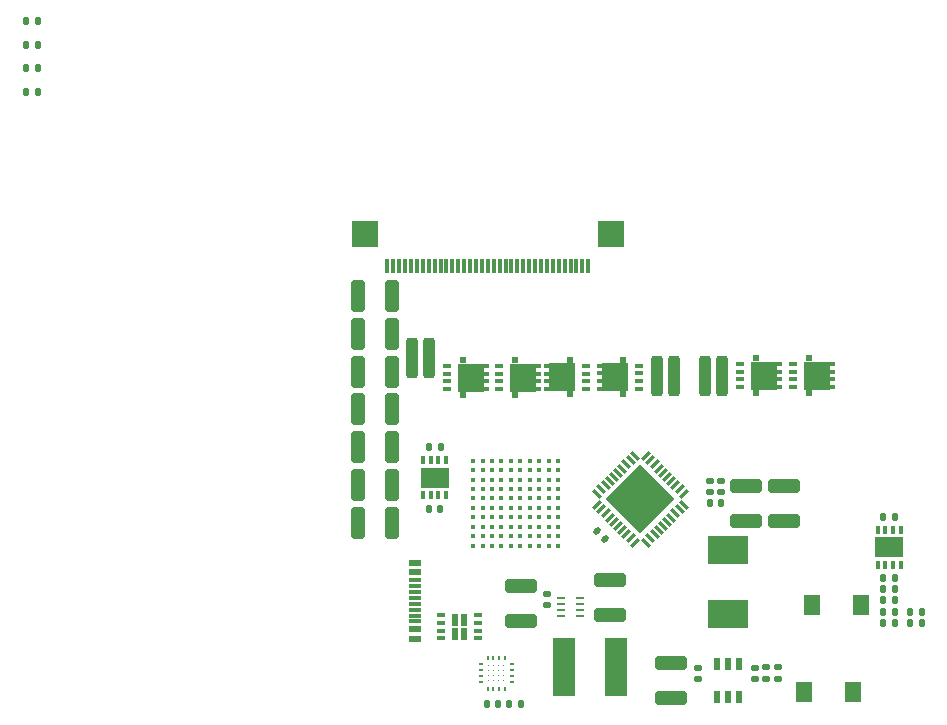
<source format=gbr>
%TF.GenerationSoftware,KiCad,Pcbnew,9.0.1*%
%TF.CreationDate,2025-05-02T15:06:27-04:00*%
%TF.ProjectId,main_board,6d61696e-5f62-46f6-9172-642e6b696361,rev?*%
%TF.SameCoordinates,Original*%
%TF.FileFunction,Paste,Top*%
%TF.FilePolarity,Positive*%
%FSLAX46Y46*%
G04 Gerber Fmt 4.6, Leading zero omitted, Abs format (unit mm)*
G04 Created by KiCad (PCBNEW 9.0.1) date 2025-05-02 15:06:27*
%MOMM*%
%LPD*%
G01*
G04 APERTURE LIST*
G04 Aperture macros list*
%AMRoundRect*
0 Rectangle with rounded corners*
0 $1 Rounding radius*
0 $2 $3 $4 $5 $6 $7 $8 $9 X,Y pos of 4 corners*
0 Add a 4 corners polygon primitive as box body*
4,1,4,$2,$3,$4,$5,$6,$7,$8,$9,$2,$3,0*
0 Add four circle primitives for the rounded corners*
1,1,$1+$1,$2,$3*
1,1,$1+$1,$4,$5*
1,1,$1+$1,$6,$7*
1,1,$1+$1,$8,$9*
0 Add four rect primitives between the rounded corners*
20,1,$1+$1,$2,$3,$4,$5,0*
20,1,$1+$1,$4,$5,$6,$7,0*
20,1,$1+$1,$6,$7,$8,$9,0*
20,1,$1+$1,$8,$9,$2,$3,0*%
%AMRotRect*
0 Rectangle, with rotation*
0 The origin of the aperture is its center*
0 $1 length*
0 $2 width*
0 $3 Rotation angle, in degrees counterclockwise*
0 Add horizontal line*
21,1,$1,$2,0,0,$3*%
G04 Aperture macros list end*
%ADD10RoundRect,0.140000X-0.170000X0.140000X-0.170000X-0.140000X0.170000X-0.140000X0.170000X0.140000X0*%
%ADD11RoundRect,0.250000X0.325000X1.100000X-0.325000X1.100000X-0.325000X-1.100000X0.325000X-1.100000X0*%
%ADD12RoundRect,0.147500X-0.147500X-0.172500X0.147500X-0.172500X0.147500X0.172500X-0.147500X0.172500X0*%
%ADD13R,0.304800X0.762000*%
%ADD14R,2.438400X1.651000*%
%ADD15RoundRect,0.250000X-1.100000X0.325000X-1.100000X-0.325000X1.100000X-0.325000X1.100000X0.325000X0*%
%ADD16R,0.711200X0.228600*%
%ADD17RoundRect,0.140000X0.140000X0.170000X-0.140000X0.170000X-0.140000X-0.170000X0.140000X-0.170000X0*%
%ADD18R,1.854200X5.003800*%
%ADD19RoundRect,0.250000X-0.250000X-1.450000X0.250000X-1.450000X0.250000X1.450000X-0.250000X1.450000X0*%
%ADD20R,0.660000X0.420000*%
%ADD21R,0.570000X0.600000*%
%ADD22R,2.300000X2.400000*%
%ADD23RoundRect,0.140000X-0.140000X-0.170000X0.140000X-0.170000X0.140000X0.170000X-0.140000X0.170000X0*%
%ADD24RoundRect,0.140000X-0.219203X-0.021213X-0.021213X-0.219203X0.219203X0.021213X0.021213X0.219203X0*%
%ADD25RoundRect,0.135000X-0.135000X-0.185000X0.135000X-0.185000X0.135000X0.185000X-0.135000X0.185000X0*%
%ADD26C,0.400000*%
%ADD27RoundRect,0.250000X0.250000X1.450000X-0.250000X1.450000X-0.250000X-1.450000X0.250000X-1.450000X0*%
%ADD28R,0.600000X1.000000*%
%ADD29R,0.650000X0.350000*%
%ADD30RoundRect,0.135000X0.135000X0.185000X-0.135000X0.185000X-0.135000X-0.185000X0.135000X-0.185000X0*%
%ADD31R,1.350000X1.800000*%
%ADD32R,0.000001X0.000001*%
%ADD33O,0.400000X0.250000*%
%ADD34O,0.250000X0.400000*%
%ADD35RoundRect,0.250000X1.100000X-0.325000X1.100000X0.325000X-1.100000X0.325000X-1.100000X-0.325000X0*%
%ADD36RoundRect,0.135000X-0.185000X0.135000X-0.185000X-0.135000X0.185000X-0.135000X0.185000X0.135000X0*%
%ADD37RoundRect,0.140000X0.170000X-0.140000X0.170000X0.140000X-0.170000X0.140000X-0.170000X-0.140000X0*%
%ADD38RoundRect,0.018200X0.219203X0.377312X-0.377312X-0.219203X-0.219203X-0.377312X0.377312X0.219203X0*%
%ADD39RoundRect,0.018200X-0.219203X0.377312X-0.377312X0.219203X0.219203X-0.377312X0.377312X-0.219203X0*%
%ADD40RotRect,4.150000X4.150000X225.000000*%
%ADD41R,0.300000X1.250000*%
%ADD42R,2.300000X2.200000*%
%ADD43R,1.140000X0.600000*%
%ADD44R,1.140000X0.300000*%
%ADD45R,3.429000X2.489200*%
%ADD46R,0.558800X1.003300*%
%ADD47RoundRect,0.135000X0.185000X-0.135000X0.185000X0.135000X-0.185000X0.135000X-0.185000X-0.135000X0*%
G04 APERTURE END LIST*
D10*
%TO.C,C34*%
X143967200Y-110100850D03*
X143967200Y-111060850D03*
%TD*%
D11*
%TO.C,C20*%
X118113600Y-85039200D03*
X115163600Y-85039200D03*
%TD*%
D12*
%TO.C,U12*%
X87090000Y-55360400D03*
X88060000Y-55360400D03*
%TD*%
D13*
%TO.C,U18*%
X159190002Y-101384400D03*
X159840000Y-101384400D03*
X160490002Y-101384400D03*
X161140000Y-101384400D03*
X161140000Y-98438000D03*
X160490002Y-98438000D03*
X159840000Y-98438000D03*
X159190002Y-98438000D03*
D14*
X160165001Y-99911200D03*
%TD*%
D11*
%TO.C,C32*%
X118110000Y-78638400D03*
X115160000Y-78638400D03*
%TD*%
D15*
%TO.C,C7*%
X141732000Y-109743450D03*
X141732000Y-112693450D03*
%TD*%
D16*
%TO.C,U3*%
X132410200Y-104241600D03*
X132410200Y-104741726D03*
X132410200Y-105241852D03*
X132410200Y-105741978D03*
X134010400Y-105741978D03*
X134010400Y-105241852D03*
X134010400Y-104741726D03*
X134010400Y-104241600D03*
%TD*%
D12*
%TO.C,U21*%
X87090000Y-61330400D03*
X88060000Y-61330400D03*
%TD*%
D17*
%TO.C,C43*%
X122155799Y-96672400D03*
X121195799Y-96672400D03*
%TD*%
D18*
%TO.C,L2*%
X137045700Y-110032800D03*
X132600700Y-110032800D03*
%TD*%
D11*
%TO.C,C19*%
X118113600Y-97840800D03*
X115163600Y-97840800D03*
%TD*%
D17*
%TO.C,C42*%
X160624800Y-102502000D03*
X159664800Y-102502000D03*
%TD*%
D19*
%TO.C,R30*%
X119747600Y-83921600D03*
X121247600Y-83921600D03*
%TD*%
D20*
%TO.C,U11*%
X152044800Y-84413200D03*
X152044800Y-85063200D03*
X152044800Y-85703200D03*
X152044800Y-86353200D03*
X155244800Y-86353200D03*
X155244800Y-85703200D03*
X155244800Y-85063200D03*
X155244800Y-84413200D03*
D21*
X153394800Y-83933200D03*
X153394800Y-86833200D03*
D22*
X154044800Y-85383200D03*
%TD*%
D23*
%TO.C,C53*%
X126113600Y-113182400D03*
X127073600Y-113182400D03*
%TD*%
D24*
%TO.C,C45*%
X135398189Y-98517389D03*
X136077011Y-99196211D03*
%TD*%
D19*
%TO.C,R28*%
X144538000Y-85410800D03*
X146038000Y-85410800D03*
%TD*%
D11*
%TO.C,C16*%
X118113600Y-91440000D03*
X115163600Y-91440000D03*
%TD*%
D20*
%TO.C,U16*%
X127133600Y-84578000D03*
X127133600Y-85228000D03*
X127133600Y-85868000D03*
X127133600Y-86518000D03*
X130333600Y-86518000D03*
X130333600Y-85868000D03*
X130333600Y-85228000D03*
X130333600Y-84578000D03*
D21*
X128483600Y-84098000D03*
X128483600Y-86998000D03*
D22*
X129133600Y-85548000D03*
%TD*%
D13*
%TO.C,U10*%
X120700800Y-95504000D03*
X121350798Y-95504000D03*
X122000800Y-95504000D03*
X122650798Y-95504000D03*
X122650798Y-92557600D03*
X122000800Y-92557600D03*
X121350798Y-92557600D03*
X120700800Y-92557600D03*
D14*
X121675799Y-94030800D03*
%TD*%
D10*
%TO.C,C35*%
X145897600Y-94312800D03*
X145897600Y-95272800D03*
%TD*%
D25*
%TO.C,R13*%
X127963200Y-113182400D03*
X128983200Y-113182400D03*
%TD*%
%TO.C,R19*%
X159634800Y-97320400D03*
X160654800Y-97320400D03*
%TD*%
%TO.C,R38*%
X159634800Y-106299000D03*
X160654800Y-106299000D03*
%TD*%
D26*
%TO.C,U7*%
X124943200Y-99783600D03*
X124943200Y-98983600D03*
X124943200Y-98183600D03*
X124943200Y-97383600D03*
X124943200Y-96583600D03*
X124943200Y-95783600D03*
X124943200Y-94983600D03*
X124943200Y-94183600D03*
X124943200Y-93383600D03*
X124943200Y-92583600D03*
X125743200Y-99783600D03*
X125743200Y-98983600D03*
X125743200Y-98183600D03*
X125743200Y-97383600D03*
X125743200Y-96583600D03*
X125743200Y-95783600D03*
X125743200Y-94983600D03*
X125743200Y-94183600D03*
X125743200Y-93383600D03*
X125743200Y-92583600D03*
X126543200Y-99783600D03*
X126543200Y-98983600D03*
X126543200Y-98183600D03*
X126543200Y-97383600D03*
X126543200Y-96583600D03*
X126543200Y-95783600D03*
X126543200Y-94983600D03*
X126543200Y-94183600D03*
X126543200Y-93383600D03*
X126543200Y-92583600D03*
X127343200Y-99783600D03*
X127343200Y-98983600D03*
X127343200Y-98183600D03*
X127343200Y-97383600D03*
X127343200Y-96583600D03*
X127343200Y-95783600D03*
X127343200Y-94983600D03*
X127343200Y-94183600D03*
X127343200Y-93383600D03*
X127343200Y-92583600D03*
X128143200Y-99783600D03*
X128143200Y-98983600D03*
X128143200Y-98183600D03*
X128143200Y-97383600D03*
X128143200Y-96583600D03*
X128143200Y-95783600D03*
X128143200Y-94983600D03*
X128143200Y-94183600D03*
X128143200Y-93383600D03*
X128143200Y-92583600D03*
X128943200Y-99783600D03*
X128943200Y-98983600D03*
X128943200Y-98183600D03*
X128943200Y-97383600D03*
X128943200Y-96583600D03*
X128943200Y-95783600D03*
X128943200Y-94983600D03*
X128943200Y-94183600D03*
X128943200Y-93383600D03*
X128943200Y-92583600D03*
X129743200Y-99783600D03*
X129743200Y-98983600D03*
X129743200Y-98183600D03*
X129743200Y-97383600D03*
X129743200Y-96583600D03*
X129743200Y-95783600D03*
X129743200Y-94983600D03*
X129743200Y-94183600D03*
X129743200Y-93383600D03*
X129743200Y-92583600D03*
X130543200Y-99783600D03*
X130543200Y-98983600D03*
X130543200Y-98183600D03*
X130543200Y-97383600D03*
X130543200Y-96583600D03*
X130543200Y-95783600D03*
X130543200Y-94983600D03*
X130543200Y-94183600D03*
X130543200Y-93383600D03*
X130543200Y-92583600D03*
X131343200Y-99783600D03*
X131343200Y-98983600D03*
X131343200Y-98183600D03*
X131343200Y-97383600D03*
X131343200Y-96583600D03*
X131343200Y-95783600D03*
X131343200Y-94983600D03*
X131343200Y-94183600D03*
X131343200Y-93383600D03*
X131343200Y-92583600D03*
X132143200Y-99783600D03*
X132143200Y-98983600D03*
X132143200Y-98183600D03*
X132143200Y-97383600D03*
X132143200Y-96583600D03*
X132143200Y-95783600D03*
X132143200Y-94983600D03*
X132143200Y-94183600D03*
X132143200Y-93383600D03*
X132143200Y-92583600D03*
%TD*%
D25*
%TO.C,R37*%
X159634800Y-104407000D03*
X160654800Y-104407000D03*
%TD*%
D23*
%TO.C,C29*%
X161957600Y-105372200D03*
X162917600Y-105372200D03*
%TD*%
D12*
%TO.C,U19*%
X87090000Y-57350400D03*
X88060000Y-57350400D03*
%TD*%
%TO.C,U20*%
X87090000Y-59340400D03*
X88060000Y-59340400D03*
%TD*%
D27*
%TO.C,R29*%
X141974000Y-85410800D03*
X140474000Y-85410800D03*
%TD*%
D28*
%TO.C,U5*%
X123390200Y-106052500D03*
X123390200Y-107252500D03*
X124165200Y-106052500D03*
X124165200Y-107252500D03*
D29*
X122227700Y-105677500D03*
X122227700Y-106327500D03*
X122227700Y-106977500D03*
X122227700Y-107627500D03*
X125327700Y-107627500D03*
X125327700Y-106977500D03*
X125327700Y-106327500D03*
X125327700Y-105677500D03*
%TD*%
D30*
%TO.C,R39*%
X160654800Y-103441800D03*
X159634800Y-103441800D03*
%TD*%
D31*
%TO.C,S1*%
X157749400Y-104788000D03*
X153599400Y-104788000D03*
%TD*%
D20*
%TO.C,U15*%
X138956800Y-86488000D03*
X138956800Y-85838000D03*
X138956800Y-85198000D03*
X138956800Y-84548000D03*
X135756800Y-84548000D03*
X135756800Y-85198000D03*
X135756800Y-85838000D03*
X135756800Y-86488000D03*
D21*
X137606800Y-86968000D03*
X137606800Y-84068000D03*
D22*
X136956800Y-85518000D03*
%TD*%
D32*
%TO.C,U1*%
X126275000Y-109950000D03*
X126275000Y-110375000D03*
X126275000Y-110800000D03*
X126275000Y-111225000D03*
X126700000Y-109950000D03*
X126700000Y-110375000D03*
X126700000Y-110800000D03*
X126700000Y-111225000D03*
X127125000Y-109950000D03*
X127125000Y-110375000D03*
X127125000Y-110800000D03*
X127125000Y-111225000D03*
X127550000Y-109950000D03*
X127550000Y-110375000D03*
X127550000Y-110800000D03*
X127550000Y-111225000D03*
D33*
X125612500Y-109837500D03*
X125612500Y-110337500D03*
X125612500Y-110837500D03*
X125612500Y-111337500D03*
D34*
X126162500Y-111887500D03*
X126662500Y-111887500D03*
X127162500Y-111887500D03*
X127662500Y-111887500D03*
D33*
X128212500Y-111337500D03*
X128212500Y-110837500D03*
X128212500Y-110337500D03*
X128212500Y-109837500D03*
D34*
X127662500Y-109287500D03*
X127162500Y-109287500D03*
X126662500Y-109287500D03*
X126162500Y-109287500D03*
%TD*%
D35*
%TO.C,C8*%
X129032000Y-106123000D03*
X129032000Y-103173000D03*
%TD*%
D11*
%TO.C,C40*%
X118111800Y-88239600D03*
X115161800Y-88239600D03*
%TD*%
D10*
%TO.C,C55*%
X148844000Y-110111600D03*
X148844000Y-111071600D03*
%TD*%
D17*
%TO.C,C44*%
X160624800Y-105372200D03*
X159664800Y-105372200D03*
%TD*%
D35*
%TO.C,C6*%
X151282400Y-97690200D03*
X151282400Y-94740200D03*
%TD*%
D36*
%TO.C,R12*%
X150723600Y-110081600D03*
X150723600Y-111101600D03*
%TD*%
D20*
%TO.C,U13*%
X147574400Y-84413200D03*
X147574400Y-85063200D03*
X147574400Y-85703200D03*
X147574400Y-86353200D03*
X150774400Y-86353200D03*
X150774400Y-85703200D03*
X150774400Y-85063200D03*
X150774400Y-84413200D03*
D21*
X148924400Y-83933200D03*
X148924400Y-86833200D03*
D22*
X149574400Y-85383200D03*
%TD*%
D37*
%TO.C,C22*%
X144983200Y-95272800D03*
X144983200Y-94312800D03*
%TD*%
D20*
%TO.C,U14*%
X134486400Y-86497600D03*
X134486400Y-85847600D03*
X134486400Y-85207600D03*
X134486400Y-84557600D03*
X131286400Y-84557600D03*
X131286400Y-85207600D03*
X131286400Y-85847600D03*
X131286400Y-86497600D03*
D21*
X133136400Y-86977600D03*
X133136400Y-84077600D03*
D22*
X132486400Y-85527600D03*
%TD*%
D35*
%TO.C,C5*%
X136550400Y-105615000D03*
X136550400Y-102665000D03*
%TD*%
D11*
%TO.C,C18*%
X118110000Y-94640400D03*
X115160000Y-94640400D03*
%TD*%
D23*
%TO.C,C21*%
X144960400Y-96164400D03*
X145920400Y-96164400D03*
%TD*%
D38*
%TO.C,U8*%
X142777690Y-95374955D03*
X142424136Y-95021401D03*
X142070583Y-94667848D03*
X141717029Y-94314295D03*
X141363476Y-93960741D03*
X141009923Y-93607188D03*
X140656369Y-93253635D03*
X140302816Y-92900081D03*
X139949263Y-92546528D03*
X139595709Y-92192974D03*
D39*
X138626973Y-92192974D03*
X138273419Y-92546528D03*
X137919866Y-92900081D03*
X137566313Y-93253635D03*
X137212759Y-93607188D03*
X136859206Y-93960741D03*
X136505653Y-94314295D03*
X136152099Y-94667848D03*
X135798546Y-95021401D03*
X135444992Y-95374955D03*
D38*
X135444992Y-96343691D03*
X135798546Y-96697245D03*
X136152099Y-97050798D03*
X136505653Y-97404351D03*
X136859206Y-97757905D03*
X137212759Y-98111458D03*
X137566313Y-98465011D03*
X137919866Y-98818565D03*
X138273419Y-99172118D03*
X138626973Y-99525672D03*
D39*
X139595709Y-99525672D03*
X139949263Y-99172118D03*
X140302816Y-98818565D03*
X140656369Y-98465011D03*
X141009923Y-98111458D03*
X141363476Y-97757905D03*
X141717029Y-97404351D03*
X142070583Y-97050798D03*
X142424136Y-96697245D03*
X142777690Y-96343691D03*
D40*
X139111341Y-95859323D03*
%TD*%
D11*
%TO.C,C31*%
X118113600Y-81838800D03*
X115163600Y-81838800D03*
%TD*%
D31*
%TO.C,S2*%
X152966600Y-112166400D03*
X157116600Y-112166400D03*
%TD*%
D25*
%TO.C,R18*%
X121165799Y-91389200D03*
X122185799Y-91389200D03*
%TD*%
D41*
%TO.C,U22*%
X134687200Y-76137600D03*
X134187200Y-76137600D03*
X133687200Y-76137600D03*
X133187200Y-76137600D03*
X132687200Y-76137600D03*
X132187200Y-76137600D03*
X131687200Y-76137600D03*
X131187200Y-76137600D03*
X130687200Y-76137600D03*
X130187200Y-76137600D03*
X129687200Y-76137600D03*
X129187200Y-76137600D03*
X128687200Y-76137600D03*
X128187200Y-76137600D03*
X127687200Y-76137600D03*
X127187200Y-76137600D03*
X126687200Y-76137600D03*
X126187200Y-76137600D03*
X125687200Y-76137600D03*
X125187200Y-76137600D03*
X124687200Y-76137600D03*
X124187200Y-76137600D03*
X123687200Y-76137600D03*
X123187200Y-76137600D03*
X122687200Y-76137600D03*
X122187200Y-76137600D03*
X121687200Y-76137600D03*
X121187200Y-76137600D03*
X120687200Y-76137600D03*
X120187200Y-76137600D03*
X119687200Y-76137600D03*
X119187200Y-76137600D03*
X118687200Y-76137600D03*
X118187200Y-76137600D03*
X117687200Y-76137600D03*
D42*
X115787200Y-73417600D03*
X136587200Y-73417600D03*
%TD*%
D43*
%TO.C,USB1*%
X120032800Y-101244800D03*
X120032800Y-102044800D03*
D44*
X120032800Y-103194800D03*
X120032800Y-104194800D03*
X120032800Y-104694800D03*
X120032800Y-105694800D03*
D43*
X120032800Y-107644800D03*
X120032800Y-106844800D03*
D44*
X120032800Y-106194800D03*
X120032800Y-105194800D03*
X120032800Y-103694800D03*
X120032800Y-102694800D03*
%TD*%
D45*
%TO.C,L1*%
X146507200Y-100108000D03*
X146507200Y-105543600D03*
%TD*%
D20*
%TO.C,U17*%
X122764800Y-84577200D03*
X122764800Y-85227200D03*
X122764800Y-85867200D03*
X122764800Y-86517200D03*
X125964800Y-86517200D03*
X125964800Y-85867200D03*
X125964800Y-85227200D03*
X125964800Y-84577200D03*
D21*
X124114800Y-84097200D03*
X124114800Y-86997200D03*
D22*
X124764800Y-85547200D03*
%TD*%
D46*
%TO.C,U2*%
X147457201Y-109812500D03*
X146507200Y-109812500D03*
X145557199Y-109812500D03*
X145557199Y-112568400D03*
X146507200Y-112568400D03*
X147457201Y-112568400D03*
%TD*%
D23*
%TO.C,C56*%
X161957600Y-106299000D03*
X162917600Y-106299000D03*
%TD*%
D47*
%TO.C,R35*%
X149758400Y-111101600D03*
X149758400Y-110081600D03*
%TD*%
D15*
%TO.C,C24*%
X148031200Y-94740200D03*
X148031200Y-97690200D03*
%TD*%
D37*
%TO.C,C36*%
X131165600Y-104823200D03*
X131165600Y-103863200D03*
%TD*%
M02*

</source>
